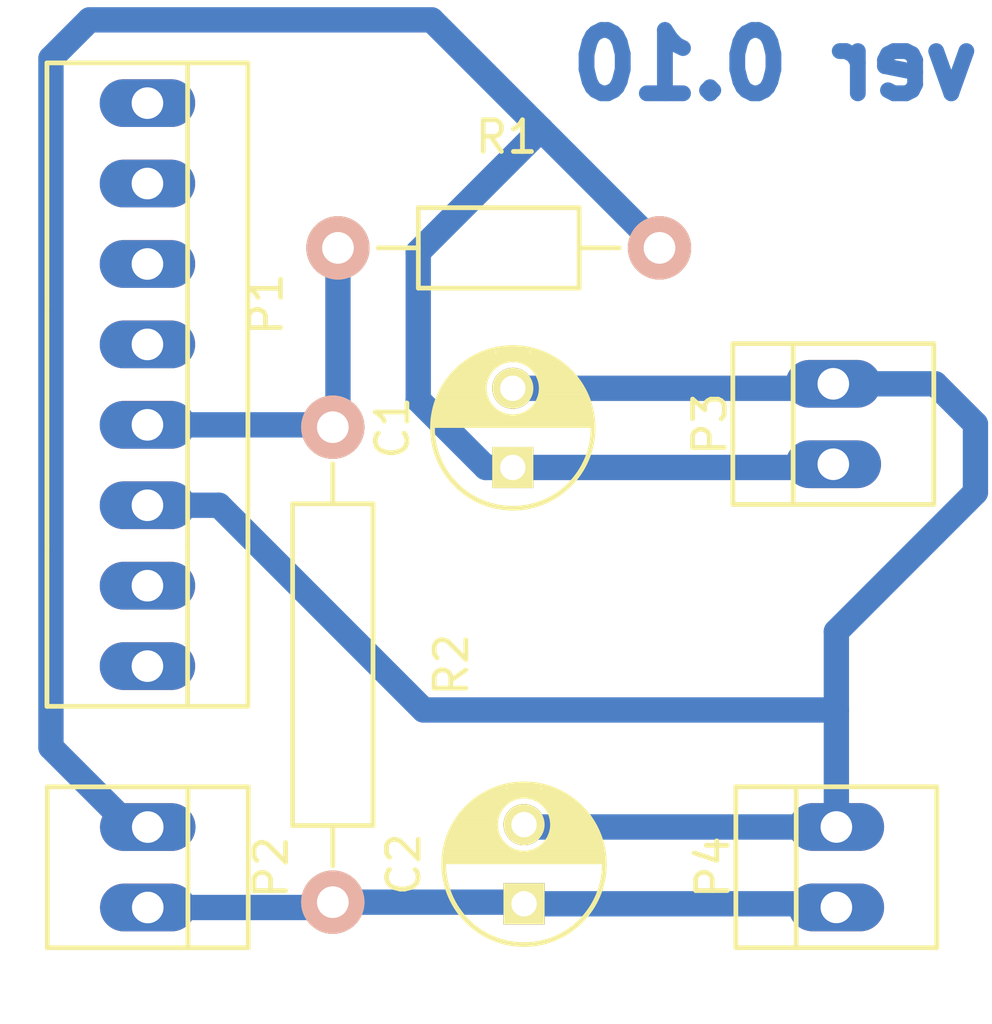
<source format=kicad_pcb>
(kicad_pcb (version 4) (host pcbnew "(2014-11-09 BZR 5259)-product")

  (general
    (links 12)
    (no_connects 0)
    (area 0 0 0 0)
    (thickness 1.6)
    (drawings 1)
    (tracks 35)
    (zones 0)
    (modules 8)
    (nets 11)
  )

  (page A4)
  (layers
    (0 F.Cu signal)
    (31 B.Cu signal)
    (32 B.Adhes user)
    (33 F.Adhes user)
    (34 B.Paste user)
    (35 F.Paste user)
    (36 B.SilkS user)
    (37 F.SilkS user)
    (38 B.Mask user)
    (39 F.Mask user)
    (40 Dwgs.User user)
    (41 Cmts.User user)
    (42 Eco1.User user)
    (43 Eco2.User user)
    (44 Edge.Cuts user)
    (45 Margin user)
    (46 B.CrtYd user)
    (47 F.CrtYd user)
    (48 B.Fab user)
    (49 F.Fab user)
  )

  (setup
    (last_trace_width 0.8)
    (trace_clearance 0.5)
    (zone_clearance 0.508)
    (zone_45_only no)
    (trace_min 0.254)
    (segment_width 0.2)
    (edge_width 0.1)
    (via_size 2)
    (via_drill 0.8)
    (via_min_size 0.889)
    (via_min_drill 0.508)
    (uvia_size 0.508)
    (uvia_drill 0.127)
    (uvias_allowed no)
    (uvia_min_size 0.508)
    (uvia_min_drill 0.127)
    (pcb_text_width 0.3)
    (pcb_text_size 1.5 1.5)
    (mod_edge_width 0.15)
    (mod_text_size 1 1)
    (mod_text_width 0.15)
    (pad_size 1.5 1.5)
    (pad_drill 0.6)
    (pad_to_mask_clearance 0)
    (aux_axis_origin 0 0)
    (grid_origin 129.55016 135.89254)
    (visible_elements 7FFFFFFF)
    (pcbplotparams
      (layerselection 0x00000_80000000)
      (usegerberextensions false)
      (excludeedgelayer true)
      (linewidth 0.100000)
      (plotframeref false)
      (viasonmask false)
      (mode 1)
      (useauxorigin false)
      (hpglpennumber 1)
      (hpglpenspeed 20)
      (hpglpendiameter 15)
      (hpglpenoverlay 2)
      (psnegative false)
      (psa4output false)
      (plotreference true)
      (plotvalue true)
      (plotinvisibletext false)
      (padsonsilk false)
      (subtractmaskfromsilk false)
      (outputformat 1)
      (mirror false)
      (drillshape 0)
      (scaleselection 1)
      (outputdirectory "gerber 010/"))
  )

  (net 0 "")
  (net 1 A0)
  (net 2 GND)
  (net 3 A1)
  (net 4 "Net-(P1-Pad7)")
  (net 5 "Net-(P1-Pad8)")
  (net 6 "Net-(P1-Pad1)")
  (net 7 "Net-(P1-Pad2)")
  (net 8 "Net-(P1-Pad3)")
  (net 9 "Net-(P1-Pad4)")
  (net 10 +5V)

  (net_class Default "Esta é a classe de net default."
    (clearance 0.5)
    (trace_width 0.8)
    (via_dia 2)
    (via_drill 0.8)
    (uvia_dia 0.508)
    (uvia_drill 0.127)
    (add_net +5V)
    (add_net A0)
    (add_net A1)
    (add_net GND)
    (add_net "Net-(P1-Pad1)")
    (add_net "Net-(P1-Pad2)")
    (add_net "Net-(P1-Pad3)")
    (add_net "Net-(P1-Pad4)")
    (add_net "Net-(P1-Pad7)")
    (add_net "Net-(P1-Pad8)")
  )

  (module Capacitors_ThroughHole:C_Radial_D5_L11_P2.5 (layer F.Cu) (tedit 55242DAC) (tstamp 55242DC5)
    (at 141.0843 129.6162 90)
    (descr "Radial Electrolytic Capacitor Diameter 5mm x Length 11mm, Pitch 2.5mm")
    (tags "Electrolytic Capacitor")
    (path /55242BCE)
    (fp_text reference C1 (at 1.25 -3.8 90) (layer F.SilkS)
      (effects (font (size 1 1) (thickness 0.15)))
    )
    (fp_text value 1uF (at 1.25 3.8 90) (layer F.Fab)
      (effects (font (size 1 1) (thickness 0.15)))
    )
    (fp_line (start 1.325 -2.499) (end 1.325 2.499) (layer F.SilkS) (width 0.15))
    (fp_line (start 1.465 -2.491) (end 1.465 2.491) (layer F.SilkS) (width 0.15))
    (fp_line (start 1.605 -2.475) (end 1.605 -0.095) (layer F.SilkS) (width 0.15))
    (fp_line (start 1.605 0.095) (end 1.605 2.475) (layer F.SilkS) (width 0.15))
    (fp_line (start 1.745 -2.451) (end 1.745 -0.49) (layer F.SilkS) (width 0.15))
    (fp_line (start 1.745 0.49) (end 1.745 2.451) (layer F.SilkS) (width 0.15))
    (fp_line (start 1.885 -2.418) (end 1.885 -0.657) (layer F.SilkS) (width 0.15))
    (fp_line (start 1.885 0.657) (end 1.885 2.418) (layer F.SilkS) (width 0.15))
    (fp_line (start 2.025 -2.377) (end 2.025 -0.764) (layer F.SilkS) (width 0.15))
    (fp_line (start 2.025 0.764) (end 2.025 2.377) (layer F.SilkS) (width 0.15))
    (fp_line (start 2.165 -2.327) (end 2.165 -0.835) (layer F.SilkS) (width 0.15))
    (fp_line (start 2.165 0.835) (end 2.165 2.327) (layer F.SilkS) (width 0.15))
    (fp_line (start 2.305 -2.266) (end 2.305 -0.879) (layer F.SilkS) (width 0.15))
    (fp_line (start 2.305 0.879) (end 2.305 2.266) (layer F.SilkS) (width 0.15))
    (fp_line (start 2.445 -2.196) (end 2.445 -0.898) (layer F.SilkS) (width 0.15))
    (fp_line (start 2.445 0.898) (end 2.445 2.196) (layer F.SilkS) (width 0.15))
    (fp_line (start 2.585 -2.114) (end 2.585 -0.896) (layer F.SilkS) (width 0.15))
    (fp_line (start 2.585 0.896) (end 2.585 2.114) (layer F.SilkS) (width 0.15))
    (fp_line (start 2.725 -2.019) (end 2.725 -0.871) (layer F.SilkS) (width 0.15))
    (fp_line (start 2.725 0.871) (end 2.725 2.019) (layer F.SilkS) (width 0.15))
    (fp_line (start 2.865 -1.908) (end 2.865 -0.823) (layer F.SilkS) (width 0.15))
    (fp_line (start 2.865 0.823) (end 2.865 1.908) (layer F.SilkS) (width 0.15))
    (fp_line (start 3.005 -1.78) (end 3.005 -0.745) (layer F.SilkS) (width 0.15))
    (fp_line (start 3.005 0.745) (end 3.005 1.78) (layer F.SilkS) (width 0.15))
    (fp_line (start 3.145 -1.631) (end 3.145 -0.628) (layer F.SilkS) (width 0.15))
    (fp_line (start 3.145 0.628) (end 3.145 1.631) (layer F.SilkS) (width 0.15))
    (fp_line (start 3.285 -1.452) (end 3.285 -0.44) (layer F.SilkS) (width 0.15))
    (fp_line (start 3.285 0.44) (end 3.285 1.452) (layer F.SilkS) (width 0.15))
    (fp_line (start 3.425 -1.233) (end 3.425 1.233) (layer F.SilkS) (width 0.15))
    (fp_line (start 3.565 -0.944) (end 3.565 0.944) (layer F.SilkS) (width 0.15))
    (fp_line (start 3.705 -0.472) (end 3.705 0.472) (layer F.SilkS) (width 0.15))
    (fp_circle (center 2.5 0) (end 2.5 -0.9) (layer F.SilkS) (width 0.15))
    (fp_circle (center 1.25 0) (end 1.25 -2.5375) (layer F.SilkS) (width 0.15))
    (fp_circle (center 1.25 0) (end 1.25 -2.8) (layer F.CrtYd) (width 0.05))
    (pad 1 thru_hole rect (at 0 0 90) (size 1.3 1.3) (drill 0.8) (layers *.Cu *.Mask F.SilkS)
      (net 1 A0))
    (pad 2 thru_hole circle (at 2.5 0 90) (size 1.3 1.3) (drill 0.8) (layers *.Cu *.Mask F.SilkS)
      (net 2 GND))
    (model Capacitors_ThroughHole.3dshapes/C_Radial_D5_L11_P2.5.wrl
      (at (xyz 0.049213 0 0))
      (scale (xyz 1 1 1))
      (rotate (xyz 0 0 90))
    )
  )

  (module Capacitors_ThroughHole:C_Radial_D5_L11_P2.5 (layer F.Cu) (tedit 55242DAC) (tstamp 55242DCB)
    (at 141.4399 143.3957 90)
    (descr "Radial Electrolytic Capacitor Diameter 5mm x Length 11mm, Pitch 2.5mm")
    (tags "Electrolytic Capacitor")
    (path /55242C1F)
    (fp_text reference C2 (at 1.25 -3.8 90) (layer F.SilkS)
      (effects (font (size 1 1) (thickness 0.15)))
    )
    (fp_text value 1uF (at 1.25 3.8 90) (layer F.Fab)
      (effects (font (size 1 1) (thickness 0.15)))
    )
    (fp_line (start 1.325 -2.499) (end 1.325 2.499) (layer F.SilkS) (width 0.15))
    (fp_line (start 1.465 -2.491) (end 1.465 2.491) (layer F.SilkS) (width 0.15))
    (fp_line (start 1.605 -2.475) (end 1.605 -0.095) (layer F.SilkS) (width 0.15))
    (fp_line (start 1.605 0.095) (end 1.605 2.475) (layer F.SilkS) (width 0.15))
    (fp_line (start 1.745 -2.451) (end 1.745 -0.49) (layer F.SilkS) (width 0.15))
    (fp_line (start 1.745 0.49) (end 1.745 2.451) (layer F.SilkS) (width 0.15))
    (fp_line (start 1.885 -2.418) (end 1.885 -0.657) (layer F.SilkS) (width 0.15))
    (fp_line (start 1.885 0.657) (end 1.885 2.418) (layer F.SilkS) (width 0.15))
    (fp_line (start 2.025 -2.377) (end 2.025 -0.764) (layer F.SilkS) (width 0.15))
    (fp_line (start 2.025 0.764) (end 2.025 2.377) (layer F.SilkS) (width 0.15))
    (fp_line (start 2.165 -2.327) (end 2.165 -0.835) (layer F.SilkS) (width 0.15))
    (fp_line (start 2.165 0.835) (end 2.165 2.327) (layer F.SilkS) (width 0.15))
    (fp_line (start 2.305 -2.266) (end 2.305 -0.879) (layer F.SilkS) (width 0.15))
    (fp_line (start 2.305 0.879) (end 2.305 2.266) (layer F.SilkS) (width 0.15))
    (fp_line (start 2.445 -2.196) (end 2.445 -0.898) (layer F.SilkS) (width 0.15))
    (fp_line (start 2.445 0.898) (end 2.445 2.196) (layer F.SilkS) (width 0.15))
    (fp_line (start 2.585 -2.114) (end 2.585 -0.896) (layer F.SilkS) (width 0.15))
    (fp_line (start 2.585 0.896) (end 2.585 2.114) (layer F.SilkS) (width 0.15))
    (fp_line (start 2.725 -2.019) (end 2.725 -0.871) (layer F.SilkS) (width 0.15))
    (fp_line (start 2.725 0.871) (end 2.725 2.019) (layer F.SilkS) (width 0.15))
    (fp_line (start 2.865 -1.908) (end 2.865 -0.823) (layer F.SilkS) (width 0.15))
    (fp_line (start 2.865 0.823) (end 2.865 1.908) (layer F.SilkS) (width 0.15))
    (fp_line (start 3.005 -1.78) (end 3.005 -0.745) (layer F.SilkS) (width 0.15))
    (fp_line (start 3.005 0.745) (end 3.005 1.78) (layer F.SilkS) (width 0.15))
    (fp_line (start 3.145 -1.631) (end 3.145 -0.628) (layer F.SilkS) (width 0.15))
    (fp_line (start 3.145 0.628) (end 3.145 1.631) (layer F.SilkS) (width 0.15))
    (fp_line (start 3.285 -1.452) (end 3.285 -0.44) (layer F.SilkS) (width 0.15))
    (fp_line (start 3.285 0.44) (end 3.285 1.452) (layer F.SilkS) (width 0.15))
    (fp_line (start 3.425 -1.233) (end 3.425 1.233) (layer F.SilkS) (width 0.15))
    (fp_line (start 3.565 -0.944) (end 3.565 0.944) (layer F.SilkS) (width 0.15))
    (fp_line (start 3.705 -0.472) (end 3.705 0.472) (layer F.SilkS) (width 0.15))
    (fp_circle (center 2.5 0) (end 2.5 -0.9) (layer F.SilkS) (width 0.15))
    (fp_circle (center 1.25 0) (end 1.25 -2.5375) (layer F.SilkS) (width 0.15))
    (fp_circle (center 1.25 0) (end 1.25 -2.8) (layer F.CrtYd) (width 0.05))
    (pad 1 thru_hole rect (at 0 0 90) (size 1.3 1.3) (drill 0.8) (layers *.Cu *.Mask F.SilkS)
      (net 3 A1))
    (pad 2 thru_hole circle (at 2.5 0 90) (size 1.3 1.3) (drill 0.8) (layers *.Cu *.Mask F.SilkS)
      (net 2 GND))
    (model Capacitors_ThroughHole.3dshapes/C_Radial_D5_L11_P2.5.wrl
      (at (xyz 0.049213 0 0))
      (scale (xyz 1 1 1))
      (rotate (xyz 0 0 90))
    )
  )

  (module "Barra de pinos:PINHEAD1-6" (layer F.Cu) (tedit 55242C9B) (tstamp 55242EB3)
    (at 129.54 124.46 270)
    (path /552426E8)
    (attr virtual)
    (fp_text reference P1 (at 0 -3.75 270) (layer F.SilkS)
      (effects (font (size 1 1) (thickness 0.15)))
    )
    (fp_text value CONN_01X08 (at 0 3.81 270) (layer F.Fab)
      (effects (font (size 1 1) (thickness 0.15)))
    )
    (fp_line (start 7.62 -1.27) (end 12.7 -1.27) (layer F.SilkS) (width 0.15))
    (fp_line (start 7.62 3.175) (end 12.7 3.175) (layer F.SilkS) (width 0.15))
    (fp_line (start 7.62 -3.175) (end 12.7 -3.175) (layer F.SilkS) (width 0.15))
    (fp_line (start 0 3.175) (end 7.62 3.175) (layer F.SilkS) (width 0.15))
    (fp_line (start 0 -1.27) (end 7.62 -1.27) (layer F.SilkS) (width 0.15))
    (fp_line (start 0 -3.175) (end 7.62 -3.175) (layer F.SilkS) (width 0.15))
    (fp_line (start -7.62 -3.175) (end -7.62 3.175) (layer F.SilkS) (width 0.15))
    (fp_line (start 12.7 -3.175) (end 12.7 3.175) (layer F.SilkS) (width 0.15))
    (fp_line (start 0 -1.27) (end -7.62 -1.27) (layer F.SilkS) (width 0.15))
    (fp_line (start -7.62 -3.175) (end 0 -3.175) (layer F.SilkS) (width 0.15))
    (fp_line (start 0 3.175) (end -7.62 3.175) (layer F.SilkS) (width 0.15))
    (pad 7 thru_hole oval (at 8.89 0 270) (size 1.50622 3.01498) (drill 0.99822) (layers *.Cu *.Mask)
      (net 4 "Net-(P1-Pad7)"))
    (pad 8 thru_hole oval (at 11.43 0 270) (size 1.50622 3.01498) (drill 0.99822) (layers *.Cu *.Mask)
      (net 5 "Net-(P1-Pad8)"))
    (pad 1 thru_hole oval (at -6.35 0 270) (size 1.50622 3.01498) (drill 0.99822) (layers *.Cu *.Mask)
      (net 6 "Net-(P1-Pad1)"))
    (pad 2 thru_hole oval (at -3.81 0 270) (size 1.50622 3.01498) (drill 0.99822) (layers *.Cu *.Mask)
      (net 7 "Net-(P1-Pad2)"))
    (pad 3 thru_hole oval (at -1.27 0 270) (size 1.50622 3.01498) (drill 0.99822) (layers *.Cu *.Mask)
      (net 8 "Net-(P1-Pad3)"))
    (pad 4 thru_hole oval (at 1.27 0 270) (size 1.50622 3.01498) (drill 0.99822) (layers *.Cu *.Mask)
      (net 9 "Net-(P1-Pad4)"))
    (pad 5 thru_hole oval (at 3.81 0 270) (size 1.50622 3.01498) (drill 0.99822) (layers *.Cu *.Mask)
      (net 10 +5V))
    (pad 6 thru_hole oval (at 6.35 0 270) (size 1.50622 3.01498) (drill 0.99822) (layers *.Cu *.Mask)
      (net 2 GND))
  )

  (module Connect:PINHEAD1-2 (layer F.Cu) (tedit 55242DAC) (tstamp 55242DDD)
    (at 129.55016 142.24254 270)
    (path /55242552)
    (attr virtual)
    (fp_text reference P2 (at 0 -3.9 270) (layer F.SilkS)
      (effects (font (size 1 1) (thickness 0.15)))
    )
    (fp_text value CONN_01X02 (at 0 3.81 270) (layer F.Fab)
      (effects (font (size 1 1) (thickness 0.15)))
    )
    (fp_line (start 2.54 -1.27) (end -2.54 -1.27) (layer F.SilkS) (width 0.15))
    (fp_line (start 2.54 3.175) (end -2.54 3.175) (layer F.SilkS) (width 0.15))
    (fp_line (start -2.54 -3.175) (end 2.54 -3.175) (layer F.SilkS) (width 0.15))
    (fp_line (start -2.54 -3.175) (end -2.54 3.175) (layer F.SilkS) (width 0.15))
    (fp_line (start 2.54 -3.175) (end 2.54 3.175) (layer F.SilkS) (width 0.15))
    (pad 1 thru_hole oval (at -1.27 0 270) (size 1.50622 3.01498) (drill 0.99822) (layers *.Cu *.Mask)
      (net 1 A0))
    (pad 2 thru_hole oval (at 1.27 0 270) (size 1.50622 3.01498) (drill 0.99822) (layers *.Cu *.Mask)
      (net 3 A1))
  )

  (module Connect:PINHEAD1-2 (layer F.Cu) (tedit 55242DAC) (tstamp 55242DE3)
    (at 151.21128 128.2446 90)
    (path /552429E0)
    (attr virtual)
    (fp_text reference P3 (at 0 -3.9 90) (layer F.SilkS)
      (effects (font (size 1 1) (thickness 0.15)))
    )
    (fp_text value CONN_01X02 (at 0 3.81 90) (layer F.Fab)
      (effects (font (size 1 1) (thickness 0.15)))
    )
    (fp_line (start 2.54 -1.27) (end -2.54 -1.27) (layer F.SilkS) (width 0.15))
    (fp_line (start 2.54 3.175) (end -2.54 3.175) (layer F.SilkS) (width 0.15))
    (fp_line (start -2.54 -3.175) (end 2.54 -3.175) (layer F.SilkS) (width 0.15))
    (fp_line (start -2.54 -3.175) (end -2.54 3.175) (layer F.SilkS) (width 0.15))
    (fp_line (start 2.54 -3.175) (end 2.54 3.175) (layer F.SilkS) (width 0.15))
    (pad 1 thru_hole oval (at -1.27 0 90) (size 1.50622 3.01498) (drill 0.99822) (layers *.Cu *.Mask)
      (net 1 A0))
    (pad 2 thru_hole oval (at 1.27 0 90) (size 1.50622 3.01498) (drill 0.99822) (layers *.Cu *.Mask)
      (net 2 GND))
  )

  (module Connect:PINHEAD1-2 (layer F.Cu) (tedit 55242DAC) (tstamp 55242DE9)
    (at 151.3078 142.24 90)
    (path /55242941)
    (attr virtual)
    (fp_text reference P4 (at 0 -3.9 90) (layer F.SilkS)
      (effects (font (size 1 1) (thickness 0.15)))
    )
    (fp_text value CONN_01X02 (at 0 3.81 90) (layer F.Fab)
      (effects (font (size 1 1) (thickness 0.15)))
    )
    (fp_line (start 2.54 -1.27) (end -2.54 -1.27) (layer F.SilkS) (width 0.15))
    (fp_line (start 2.54 3.175) (end -2.54 3.175) (layer F.SilkS) (width 0.15))
    (fp_line (start -2.54 -3.175) (end 2.54 -3.175) (layer F.SilkS) (width 0.15))
    (fp_line (start -2.54 -3.175) (end -2.54 3.175) (layer F.SilkS) (width 0.15))
    (fp_line (start 2.54 -3.175) (end 2.54 3.175) (layer F.SilkS) (width 0.15))
    (pad 1 thru_hole oval (at -1.27 0 90) (size 1.50622 3.01498) (drill 0.99822) (layers *.Cu *.Mask)
      (net 3 A1))
    (pad 2 thru_hole oval (at 1.27 0 90) (size 1.50622 3.01498) (drill 0.99822) (layers *.Cu *.Mask)
      (net 2 GND))
  )

  (module Resistors_ThroughHole:Resistor_Horizontal_RM10mm (layer F.Cu) (tedit 53F56209) (tstamp 55242DEF)
    (at 140.6398 122.682)
    (descr "Resistor, Axial,  RM 10mm, 1/3W,")
    (tags "Resistor, Axial, RM 10mm, 1/3W,")
    (path /55242837)
    (fp_text reference R1 (at 0.24892 -3.50012) (layer F.SilkS)
      (effects (font (size 1 1) (thickness 0.15)))
    )
    (fp_text value 10K (at 3.81 3.81) (layer F.Fab)
      (effects (font (size 1 1) (thickness 0.15)))
    )
    (fp_line (start -2.54 -1.27) (end 2.54 -1.27) (layer F.SilkS) (width 0.15))
    (fp_line (start 2.54 -1.27) (end 2.54 1.27) (layer F.SilkS) (width 0.15))
    (fp_line (start 2.54 1.27) (end -2.54 1.27) (layer F.SilkS) (width 0.15))
    (fp_line (start -2.54 1.27) (end -2.54 -1.27) (layer F.SilkS) (width 0.15))
    (fp_line (start -2.54 0) (end -3.81 0) (layer F.SilkS) (width 0.15))
    (fp_line (start 2.54 0) (end 3.81 0) (layer F.SilkS) (width 0.15))
    (pad 1 thru_hole circle (at -5.08 0) (size 1.99898 1.99898) (drill 1.00076) (layers *.Cu *.SilkS *.Mask)
      (net 10 +5V))
    (pad 2 thru_hole circle (at 5.08 0) (size 1.99898 1.99898) (drill 1.00076) (layers *.Cu *.SilkS *.Mask)
      (net 1 A0))
    (model Resistors_ThroughHole.3dshapes/Resistor_Horizontal_RM10mm.wrl
      (at (xyz 0 0 0))
      (scale (xyz 0.4 0.4 0.4))
      (rotate (xyz 0 0 0))
    )
  )

  (module Resistors_ThroughHole:Resistor_Horizontal_RM15mm (layer F.Cu) (tedit 53F56292) (tstamp 55242FE1)
    (at 135.39724 135.84428 270)
    (descr "Resistor, Axial, RM 15mm,")
    (tags "Resistor, Axial, RM 15mm,")
    (path /5524289C)
    (fp_text reference R2 (at 0 -3.74904 270) (layer F.SilkS)
      (effects (font (size 1 1) (thickness 0.15)))
    )
    (fp_text value 10K (at 0 4.0005 270) (layer F.Fab)
      (effects (font (size 1 1) (thickness 0.15)))
    )
    (fp_line (start -5.08 -1.27) (end -5.08 1.27) (layer F.SilkS) (width 0.15))
    (fp_line (start -5.08 1.27) (end 5.08 1.27) (layer F.SilkS) (width 0.15))
    (fp_line (start 5.08 1.27) (end 5.08 -1.27) (layer F.SilkS) (width 0.15))
    (fp_line (start 5.08 -1.27) (end -5.08 -1.27) (layer F.SilkS) (width 0.15))
    (fp_line (start 6.35 0) (end 5.08 0) (layer F.SilkS) (width 0.15))
    (fp_line (start -6.35 0) (end -5.08 0) (layer F.SilkS) (width 0.15))
    (pad 1 thru_hole circle (at -7.5 0 270) (size 1.99898 1.99898) (drill 1.00076) (layers *.Cu *.SilkS *.Mask)
      (net 10 +5V))
    (pad 2 thru_hole circle (at 7.5 0 270) (size 1.99898 1.99898) (drill 1.00076) (layers *.Cu *.SilkS *.Mask)
      (net 3 A1))
    (model Resistors_ThroughHole.3dshapes/Resistor_Horizontal_RM15mm.wrl
      (at (xyz 0 0 0))
      (scale (xyz 0.4 0.4 0.4))
      (rotate (xyz 0 0 0))
    )
  )

  (gr_text "ver 0.10" (at 149.36724 116.90096) (layer B.Cu)
    (effects (font (size 2 2) (thickness 0.5)) (justify mirror))
  )

  (segment (start 141.0843 129.6162) (end 140.23086 129.6162) (width 0.8) (layer B.Cu) (net 1))
  (segment (start 138.09726 122.81154) (end 141.9733 118.9355) (width 0.8) (layer B.Cu) (net 1) (tstamp 55243177))
  (segment (start 138.09726 127.4826) (end 138.09726 122.81154) (width 0.8) (layer B.Cu) (net 1) (tstamp 55243175))
  (segment (start 140.23086 129.6162) (end 138.09726 127.4826) (width 0.8) (layer B.Cu) (net 1) (tstamp 55243163))
  (segment (start 151.10968 129.6162) (end 151.21128 129.5146) (width 0.8) (layer B.Cu) (net 1) (tstamp 552430CC))
  (segment (start 141.0843 129.6162) (end 151.10968 129.6162) (width 0.8) (layer B.Cu) (net 1))
  (segment (start 138.5189 115.4811) (end 141.9733 118.9355) (width 0.8) (layer B.Cu) (net 1) (tstamp 55243112))
  (segment (start 129.00914 140.97254) (end 126.492 138.4554) (width 0.8) (layer B.Cu) (net 1) (tstamp 55243105))
  (segment (start 126.492 138.4554) (end 126.492 116.7003) (width 0.8) (layer B.Cu) (net 1) (tstamp 55243108))
  (segment (start 126.492 116.7003) (end 127.7112 115.4811) (width 0.8) (layer B.Cu) (net 1) (tstamp 5524310C))
  (segment (start 127.7112 115.4811) (end 138.5189 115.4811) (width 0.8) (layer B.Cu) (net 1) (tstamp 5524310E))
  (segment (start 141.9733 118.9355) (end 145.7198 122.682) (width 0.8) (layer B.Cu) (net 1) (tstamp 5524317D))
  (segment (start 129.55016 140.97254) (end 129.00914 140.97254) (width 0.8) (layer B.Cu) (net 1))
  (segment (start 141.5142 140.97) (end 141.4399 140.8957) (width 0.8) (layer B.Cu) (net 2) (tstamp 552430C8))
  (segment (start 151.3078 140.97) (end 141.5142 140.97) (width 0.8) (layer B.Cu) (net 2))
  (segment (start 151.3078 134.7978) (end 155.702 130.4036) (width 0.8) (layer B.Cu) (net 2) (tstamp 552430D0))
  (segment (start 155.702 130.4036) (end 155.702 128.2446) (width 0.8) (layer B.Cu) (net 2) (tstamp 552430D2))
  (segment (start 155.702 128.2446) (end 154.432 126.9746) (width 0.8) (layer B.Cu) (net 2) (tstamp 552430D7))
  (segment (start 154.432 126.9746) (end 151.21128 126.9746) (width 0.8) (layer B.Cu) (net 2) (tstamp 552430D9))
  (segment (start 151.3078 137.2743) (end 151.3078 134.7978) (width 0.8) (layer B.Cu) (net 2) (tstamp 55243101))
  (segment (start 151.3078 140.97) (end 151.3078 137.2743) (width 0.8) (layer B.Cu) (net 2))
  (segment (start 151.06968 127.1162) (end 151.21128 126.9746) (width 0.8) (layer B.Cu) (net 2) (tstamp 552430F2))
  (segment (start 141.0843 127.1162) (end 151.06968 127.1162) (width 0.8) (layer B.Cu) (net 2))
  (segment (start 131.8006 130.81) (end 138.2649 137.2743) (width 0.8) (layer B.Cu) (net 2) (tstamp 552430FA))
  (segment (start 138.2649 137.2743) (end 151.3078 137.2743) (width 0.8) (layer B.Cu) (net 2) (tstamp 552430FC))
  (segment (start 129.54 130.81) (end 131.8006 130.81) (width 0.8) (layer B.Cu) (net 2))
  (segment (start 135.22898 143.51254) (end 135.39724 143.34428) (width 0.8) (layer B.Cu) (net 3) (tstamp 552430BF))
  (segment (start 129.55016 143.51254) (end 135.22898 143.51254) (width 0.8) (layer B.Cu) (net 3))
  (segment (start 141.38848 143.34428) (end 141.4399 143.3957) (width 0.8) (layer B.Cu) (net 3) (tstamp 552430C2))
  (segment (start 135.39724 143.34428) (end 141.38848 143.34428) (width 0.8) (layer B.Cu) (net 3))
  (segment (start 151.1935 143.3957) (end 151.3078 143.51) (width 0.8) (layer B.Cu) (net 3) (tstamp 552430C5))
  (segment (start 141.4399 143.3957) (end 151.1935 143.3957) (width 0.8) (layer B.Cu) (net 3))
  (segment (start 135.5598 128.03316) (end 135.5598 122.682) (width 0.8) (layer B.Cu) (net 10) (tstamp 552430BA))
  (segment (start 135.32296 128.27) (end 135.5598 128.03316) (width 0.8) (layer B.Cu) (net 10) (tstamp 552430B9))
  (segment (start 129.54 128.27) (end 135.32296 128.27) (width 0.8) (layer B.Cu) (net 10))

)

</source>
